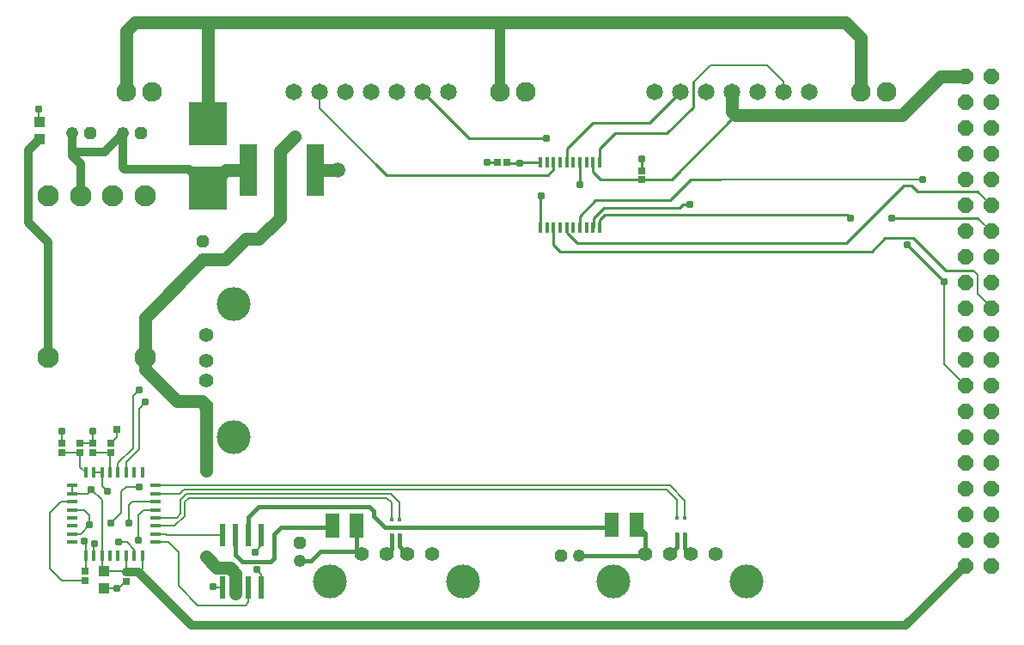
<source format=gtl>
G75*
G70*
%OFA0B0*%
%FSLAX24Y24*%
%IPPOS*%
%LPD*%
%AMOC8*
5,1,8,0,0,1.08239X$1,22.5*
%
%ADD10C,0.0827*%
%ADD11OC8,0.0480*%
%ADD12C,0.0480*%
%ADD13R,0.0433X0.0394*%
%ADD14C,0.0650*%
%ADD15C,0.0760*%
%ADD16C,0.0560*%
%ADD17C,0.1310*%
%ADD18R,0.0157X0.0177*%
%ADD19R,0.0177X0.0394*%
%ADD20R,0.0394X0.0177*%
%ADD21R,0.0236X0.0866*%
%ADD22R,0.0394X0.0433*%
%ADD23R,0.0551X0.0945*%
%ADD24R,0.0256X0.0256*%
%ADD25OC8,0.0600*%
%ADD26R,0.1500X0.1669*%
%ADD27R,0.0118X0.0394*%
%ADD28R,0.0700X0.2000*%
%ADD29C,0.0310*%
%ADD30C,0.0500*%
%ADD31C,0.0100*%
%ADD32C,0.0080*%
%ADD33R,0.0310X0.0310*%
%ADD34C,0.0591*%
%ADD35C,0.0320*%
%ADD36C,0.0400*%
%ADD37C,0.0160*%
D10*
X002047Y012898D03*
X005797Y012898D03*
X005797Y019148D03*
X004547Y019148D03*
X003297Y019148D03*
X002047Y019148D03*
D11*
X003680Y021565D03*
X005649Y021565D03*
X008055Y017387D03*
X011807Y005683D03*
X021957Y005191D03*
D12*
X022657Y005191D03*
X011807Y004983D03*
X008055Y016687D03*
X004949Y021565D03*
X002980Y021565D03*
D13*
X001704Y021333D03*
X001704Y022002D03*
D14*
X011574Y023183D03*
X012574Y023183D03*
X013574Y023183D03*
X014574Y023183D03*
X015574Y023183D03*
X016574Y023183D03*
X017574Y023183D03*
X025574Y023183D03*
X026574Y023183D03*
X027574Y023183D03*
X028574Y023183D03*
X029574Y023183D03*
X030574Y023183D03*
X031574Y023183D03*
D15*
X033574Y023183D03*
X034574Y023183D03*
X020574Y023183D03*
X019574Y023183D03*
X006074Y023183D03*
X005074Y023183D03*
D16*
X008186Y013739D03*
X008186Y012759D03*
X008186Y011969D03*
X008186Y010989D03*
X014199Y005253D03*
X015179Y005253D03*
X015969Y005253D03*
X016949Y005253D03*
X025199Y005253D03*
X026179Y005253D03*
X026969Y005253D03*
X027949Y005253D03*
D17*
X029159Y004183D03*
X023989Y004183D03*
X018159Y004183D03*
X012989Y004183D03*
X009256Y009779D03*
X009256Y014949D03*
D18*
X015366Y006595D03*
X015681Y006595D03*
X015681Y005984D03*
X015366Y005984D03*
X026429Y006028D03*
X026744Y006028D03*
X026744Y006638D03*
X026429Y006638D03*
D19*
X005704Y005191D03*
X005389Y005191D03*
X005074Y005191D03*
X004760Y005191D03*
X004445Y005191D03*
X004130Y005191D03*
X003815Y005191D03*
X003500Y005191D03*
X003500Y008419D03*
X003815Y008419D03*
X004130Y008419D03*
X004445Y008419D03*
X004760Y008419D03*
X005074Y008419D03*
X005389Y008419D03*
X005704Y008419D03*
D20*
X006197Y007908D03*
X006197Y007593D03*
X006197Y007278D03*
X006197Y006963D03*
X006197Y006648D03*
X006197Y006333D03*
X006197Y006018D03*
X006197Y005703D03*
X002968Y005703D03*
X002968Y006018D03*
X002968Y006333D03*
X002968Y006648D03*
X002968Y006963D03*
X002968Y007278D03*
X002968Y007593D03*
X002968Y007908D03*
D21*
X008824Y005982D03*
X009324Y005982D03*
X009824Y005982D03*
X010324Y005982D03*
X010324Y003935D03*
X009824Y003935D03*
X009324Y003935D03*
X008824Y003935D03*
D22*
X004197Y003908D03*
X004197Y004577D03*
D23*
X013071Y006345D03*
X014015Y006345D03*
X023925Y006384D03*
X024870Y006384D03*
D24*
X025063Y019774D03*
X025063Y020128D03*
X019846Y020463D03*
X019492Y020463D03*
X004472Y009537D03*
X004472Y009183D03*
X003763Y009183D03*
X003763Y009537D03*
X003291Y009537D03*
X003291Y009183D03*
X002582Y009183D03*
X002582Y009537D03*
X003488Y004577D03*
X003488Y004223D03*
X005063Y004183D03*
X005063Y004537D03*
D25*
X037634Y004782D03*
X038634Y004782D03*
X038634Y005782D03*
X038634Y006782D03*
X037634Y006782D03*
X037634Y005782D03*
X037634Y007782D03*
X038634Y007782D03*
X038634Y008782D03*
X038634Y009782D03*
X037634Y009782D03*
X037634Y008782D03*
X037634Y010782D03*
X038634Y010782D03*
X038634Y011782D03*
X037634Y011782D03*
X037634Y012782D03*
X038634Y012782D03*
X038634Y013782D03*
X037634Y013782D03*
X037634Y014782D03*
X038634Y014782D03*
X038634Y015782D03*
X037634Y015782D03*
X037634Y016782D03*
X038634Y016782D03*
X038634Y017782D03*
X037634Y017782D03*
X037634Y018782D03*
X038634Y018782D03*
X038634Y019782D03*
X037634Y019782D03*
X037634Y020782D03*
X038634Y020782D03*
X038634Y021782D03*
X038634Y022782D03*
X037634Y022782D03*
X037634Y021782D03*
X037634Y023782D03*
X038634Y023782D03*
D26*
X008252Y021959D03*
X008252Y019447D03*
D27*
X021145Y020463D03*
X021401Y020463D03*
X021657Y020463D03*
X021913Y020463D03*
X022169Y020463D03*
X022425Y020463D03*
X022681Y020463D03*
X022937Y020463D03*
X023193Y020463D03*
X023449Y020463D03*
X023449Y017904D03*
X023193Y017904D03*
X022937Y017904D03*
X022681Y017904D03*
X022425Y017904D03*
X022169Y017904D03*
X021913Y017904D03*
X021657Y017904D03*
X021401Y017904D03*
X021145Y017904D03*
D28*
X012421Y020132D03*
X009821Y020132D03*
D29*
X011598Y021447D03*
X019078Y020463D03*
X020338Y020423D03*
X021362Y021368D03*
X022661Y019597D03*
X021165Y019163D03*
X025063Y020581D03*
X026952Y018809D03*
X033173Y018297D03*
X034787Y018297D03*
X035378Y017234D03*
X036795Y015817D03*
X035968Y019793D03*
X010063Y005305D03*
X010141Y004636D03*
X008449Y003967D03*
X008173Y005148D03*
X005535Y005778D03*
X004787Y005699D03*
X004472Y006447D03*
X005181Y006447D03*
X003645Y006368D03*
X003449Y005738D03*
X003842Y005660D03*
X004708Y003927D03*
X004354Y007667D03*
X003724Y007746D03*
X005574Y007864D03*
X008173Y008494D03*
X005811Y011132D03*
X005574Y011604D03*
X003763Y010030D03*
X002582Y010030D03*
X001677Y022510D03*
D30*
X005063Y023195D02*
X005074Y023183D01*
X005063Y023195D02*
X005063Y025541D01*
X005417Y025896D01*
X008212Y025896D01*
X008252Y025856D01*
X008252Y021959D01*
X008937Y020132D02*
X009821Y020132D01*
X008937Y020132D02*
X008252Y019447D01*
X009708Y017471D02*
X010220Y017471D01*
X011047Y018297D01*
X011047Y020896D01*
X011598Y021447D01*
X012436Y020148D02*
X013291Y020148D01*
X012436Y020148D02*
X012421Y020132D01*
X009708Y017471D02*
X008925Y016687D01*
X008055Y016687D01*
X005797Y014430D01*
X005797Y012898D01*
X005797Y012406D01*
X007031Y011171D01*
X008004Y011171D01*
X008186Y010989D01*
X008186Y008507D01*
X008173Y008494D01*
X008173Y005148D02*
X008567Y004715D01*
X009118Y004715D01*
X009315Y004478D01*
X009315Y003709D01*
X009324Y003935D01*
X028574Y022423D02*
X028724Y022274D01*
X035181Y022274D01*
X036689Y023782D01*
X037634Y023782D01*
X033574Y023183D02*
X033574Y025297D01*
X032976Y025896D01*
X019630Y025896D01*
X019574Y025841D01*
X019630Y025896D02*
X008212Y025896D01*
X028574Y023183D02*
X028574Y022423D01*
D31*
X028724Y022274D02*
X026244Y019793D01*
X025082Y019793D01*
X025063Y019774D01*
X025082Y019793D02*
X023488Y019793D01*
X023193Y020089D01*
X023193Y020463D01*
X023449Y020463D02*
X023449Y020974D01*
X024039Y021565D01*
X026047Y021565D01*
X027071Y022589D01*
X027071Y023534D01*
X026574Y023183D02*
X025389Y021998D01*
X023173Y021998D01*
X022169Y020994D01*
X022169Y020463D01*
X022681Y020463D02*
X022681Y019616D01*
X022661Y019597D01*
X023291Y018967D02*
X022681Y018356D01*
X022681Y017904D01*
X023193Y017904D02*
X023212Y017923D01*
X023212Y018297D01*
X023606Y018691D01*
X026559Y018691D01*
X026677Y018809D01*
X026952Y018809D01*
X026165Y018967D02*
X023291Y018967D01*
X023645Y018415D02*
X023449Y018219D01*
X023449Y017904D01*
X023645Y018415D02*
X033055Y018415D01*
X033173Y018297D01*
X033015Y017313D02*
X022582Y017313D01*
X022169Y017726D01*
X022169Y017904D01*
X021657Y017904D02*
X021657Y017254D01*
X021913Y016998D01*
X034000Y016998D01*
X034511Y017510D01*
X035614Y017510D01*
X036874Y016250D01*
X037937Y016250D01*
X036795Y015817D02*
X035378Y017234D01*
X034787Y018297D02*
X038118Y018297D01*
X038157Y018258D01*
X038134Y019282D02*
X038094Y019321D01*
X035771Y019321D01*
X035535Y019557D01*
X035260Y019557D01*
X033015Y017313D01*
X028134Y019793D02*
X026992Y019793D01*
X026165Y018967D01*
X025063Y020128D02*
X025063Y020581D01*
X021657Y020463D02*
X021657Y020167D01*
X021441Y019951D01*
X015181Y019951D01*
X014748Y020384D01*
X016574Y023183D02*
X018389Y021368D01*
X021362Y021368D01*
X021145Y020463D02*
X020378Y020463D01*
X020338Y020423D01*
X019886Y020423D01*
X019846Y020463D01*
X019492Y020463D02*
X019078Y020463D01*
X021145Y019144D02*
X021165Y019163D01*
X021145Y019144D02*
X021145Y017904D01*
D32*
X014748Y020384D02*
X012574Y022557D01*
X012574Y023183D01*
X001677Y022510D02*
X001677Y022030D01*
X001704Y022002D01*
X005574Y011604D02*
X005338Y011368D01*
X005338Y009360D01*
X004760Y008782D01*
X004760Y008419D01*
X005074Y008419D02*
X005074Y008821D01*
X005574Y009321D01*
X005574Y010896D01*
X005811Y011132D01*
X004708Y010069D02*
X004708Y009774D01*
X004472Y009537D01*
X004472Y009183D02*
X003763Y009183D01*
X003763Y009537D02*
X003291Y009537D01*
X003291Y009183D02*
X002582Y009183D01*
X002582Y009537D02*
X002582Y010030D01*
X003291Y009183D02*
X003291Y008628D01*
X003500Y008419D01*
X003815Y008419D02*
X004130Y008419D01*
X004130Y007892D01*
X004354Y007667D01*
X004130Y007341D02*
X003724Y007746D01*
X003571Y007593D01*
X002968Y007593D01*
X002968Y007908D01*
X002968Y007278D02*
X002547Y007278D01*
X002110Y006841D01*
X002110Y004675D01*
X002563Y004223D01*
X003488Y004223D01*
X003488Y004577D02*
X003500Y004589D01*
X003500Y005191D01*
X003500Y005750D01*
X003815Y005632D02*
X003815Y005191D01*
X004130Y005191D02*
X004130Y007341D01*
X003645Y006762D02*
X003645Y006368D01*
X003295Y006018D01*
X002968Y006018D01*
X003815Y005632D02*
X003842Y005660D01*
X004130Y005191D02*
X004130Y004644D01*
X004197Y004577D01*
X005023Y004577D01*
X005063Y004537D01*
X005063Y005179D01*
X005074Y005191D01*
X005389Y005191D02*
X005389Y005411D01*
X005102Y005699D01*
X004787Y005699D01*
X005535Y005778D02*
X005535Y006762D01*
X005732Y006959D01*
X006193Y006959D01*
X006197Y006963D01*
X006197Y007278D02*
X005303Y007278D01*
X005181Y007156D01*
X005181Y006447D01*
X004866Y006841D02*
X004472Y006447D01*
X004866Y006841D02*
X004866Y007667D01*
X005063Y007864D01*
X005574Y007864D01*
X006197Y007908D02*
X006200Y007904D01*
X026165Y007904D01*
X026744Y007325D01*
X026744Y006638D01*
X026429Y006638D02*
X026429Y007364D01*
X026047Y007746D01*
X007307Y007746D01*
X007153Y007593D01*
X006197Y007593D01*
X007189Y007352D02*
X007189Y006801D01*
X007031Y006644D01*
X006200Y006644D01*
X006197Y006648D01*
X006197Y006333D02*
X006956Y006333D01*
X007346Y006723D01*
X007346Y007274D01*
X007504Y007431D01*
X015181Y007431D01*
X015366Y007246D01*
X015366Y006595D01*
X015681Y006595D02*
X015681Y007246D01*
X015338Y007589D01*
X007425Y007589D01*
X007189Y007352D01*
X006598Y006014D02*
X006200Y006014D01*
X006197Y006018D01*
X006197Y005703D02*
X006712Y005703D01*
X007110Y005305D01*
X007110Y004006D01*
X007858Y003258D01*
X009708Y003258D01*
X009826Y003376D01*
X009826Y003933D01*
X009824Y003935D01*
X010324Y003935D02*
X010324Y004453D01*
X010141Y004636D01*
X010063Y005305D02*
X010324Y005567D01*
X010324Y005982D01*
X008824Y005982D02*
X006630Y005982D01*
X006598Y006014D01*
X005704Y005191D02*
X005704Y004687D01*
X005555Y004537D01*
X005063Y004183D02*
X005043Y004183D01*
X004787Y003927D01*
X004708Y003927D01*
X004787Y003908D02*
X005063Y004183D01*
X004787Y003908D02*
X004197Y003908D01*
X003645Y006762D02*
X003449Y006959D01*
X002972Y006959D01*
X002968Y006963D01*
X004445Y008419D02*
X004445Y009156D01*
X004472Y009183D01*
X003763Y009537D02*
X003763Y010030D01*
X008449Y003967D02*
X008480Y003935D01*
X008824Y003935D01*
X028134Y019793D02*
X035968Y019793D01*
X038134Y019282D02*
X038634Y018782D01*
X038157Y018258D02*
X038634Y017782D01*
X037937Y016250D02*
X038094Y016093D01*
X038094Y015345D01*
X038634Y014805D01*
X038634Y014782D01*
X036795Y015817D02*
X036795Y012620D01*
X037634Y011782D01*
X030574Y023183D02*
X030574Y023573D01*
X029945Y024203D01*
X027740Y024203D01*
X027071Y023534D01*
D33*
X004708Y010069D03*
D34*
X013291Y020148D03*
D35*
X008252Y019447D02*
X007511Y020187D01*
X005023Y020187D01*
X004949Y020261D01*
X004949Y021565D01*
X004240Y020856D01*
X002976Y020856D01*
X002976Y021561D01*
X002980Y021565D01*
X002976Y020856D02*
X002976Y020699D01*
X003297Y020378D01*
X003297Y019148D01*
X002047Y017337D02*
X001283Y018100D01*
X001283Y020911D01*
X001704Y021333D01*
X002047Y017337D02*
X002047Y012898D01*
X005063Y004537D02*
X005555Y004537D01*
X007622Y002471D01*
X035323Y002471D01*
X037634Y004782D01*
D36*
X019574Y023183D02*
X019574Y025841D01*
D37*
X014511Y007077D02*
X010220Y007077D01*
X009824Y006681D01*
X009824Y005982D01*
X009324Y005982D02*
X009324Y005217D01*
X009590Y004951D01*
X010693Y004951D01*
X010811Y005069D01*
X010811Y006014D01*
X011086Y006289D01*
X013015Y006289D01*
X013071Y006345D01*
X014015Y006345D02*
X014015Y005437D01*
X014199Y005253D01*
X014108Y005345D01*
X012622Y005345D01*
X012260Y004983D01*
X011807Y004983D01*
X014669Y006723D02*
X014669Y006919D01*
X014511Y007077D01*
X014669Y006723D02*
X015102Y006289D01*
X023724Y006289D01*
X023724Y006384D01*
X023925Y006384D01*
X024870Y006384D02*
X025199Y006054D01*
X025199Y005253D01*
X025137Y005191D01*
X022657Y005191D01*
X026179Y005253D02*
X026429Y005502D01*
X026429Y006028D01*
X026744Y006028D02*
X026744Y005479D01*
X026969Y005253D01*
X015969Y005253D02*
X015681Y005542D01*
X015681Y005984D01*
X015366Y005984D02*
X015366Y005439D01*
X015179Y005253D01*
M02*

</source>
